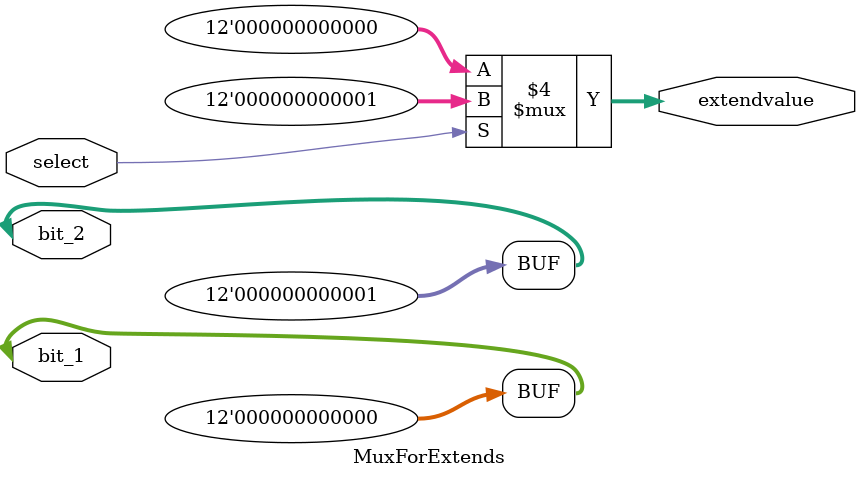
<source format=v>
module Mux_Alu (
  input  [1:0] whichalu,
  input  [17:0] input_0, input_1, input_2, input_3,
  output reg [17:0] out
);

    always @ (input_0 or input_1 or input_2 or input_3 or whichalu)
    begin
	if(whichalu== 2'b00)
	   out=input_0;
	if(whichalu== 2'b01)
	   out=input_1;
	if(whichalu== 2'b10)
	   out=input_2;
	if(whichalu== 2'b11)
	   out=input_3;
    end

endmodule

// bu alu içindi 
// 4 bitlik alan var adresleri secmek icin dst mi str mi 

module Mux_4bit (
  input  select,
  input  [3:0] src1_op1,
  input  [3:0] dst_src,
  output reg [3:0] out
);

    always @ (select or src1_op1 or dst_src)
    begin
        if (select == 1'b0)
            out = src1_op1;
        else
            out = dst_src;
    end

endmodule


// 18 bitlik alan var rege yazarken aludan m? ramden mi geldi diye
// 18 bitlik bi daha var addi mi add mi diye

module Mux_18bit (
  input wire select,
  input wire [17:0] input_1, //src2value ve datafromram
  input wire [17:0] input_2, //immvalue ve aluresult
  output reg [17:0] out //isalu ve isimm
);

    always @ (select or input_1 or input_2)
    begin
        if (select == 1'b0)
            out = input_1;
        else
            out = input_2;
    end

endmodule



// read regde 4bitlik seçti?in select var 18 bitlik 16 registerdan data gelebilir

module Mux_16x1 (
  input wire [3:0] select,
  input wire [17:0] input_0, input_1, input_2, input_3, input_4, input_5, input_6, input_7,
                   input_8, input_9, input_10, input_11, input_12, input_13, input_14, input_15,
  output reg [17:0] out
);

    always @ (select or input_0 or input_1 or input_2 or input_3 or input_4 or input_5 or input_6 or
              input_7 or input_8 or input_9 or input_10 or input_11 or input_12 or input_13 or input_14 or input_15)
    begin
	if(select== 4'b0000)
	   out=input_0;
	if(select== 4'b0001)
	   out=input_1;
	if(select== 4'b0010)
	   out=input_2;
	if(select== 4'b0011)
	   out=input_3;
	if(select== 4'b0100)
	   out=input_4;
	if(select== 4'b0101)
	   out=input_5;
	if(select== 4'b0110)
	   out=input_6;
	if(select== 4'b0111)
	   out=input_7;
	if(select== 4'b1000)
	   out=input_8;
	if(select== 4'b1001)
	   out=input_9;
	if(select== 4'b1010)
	   out=input_10;
	if(select== 4'b1011)
	   out=input_11;
	if(select== 4'b1100)
	   out=input_12;
	if(select== 4'b1101)
	   out=input_13;
	if(select== 4'b1110)
	   out=input_14;
	if(select== 4'b1111)
	   out=input_15;
	end
endmodule


module MuxForExtends (
  input [11:0] bit_1,
  input [11:0] bit_2,
  output reg [11:0] extendvalue,
  input select
);

  assign bit_1 = 12'b0;
  assign bit_2 = 12'b1;

  always @* begin
    if (select == 1'b0)
      extendvalue = bit_1;
    else
      extendvalue = bit_2;
  end

endmodule


</source>
